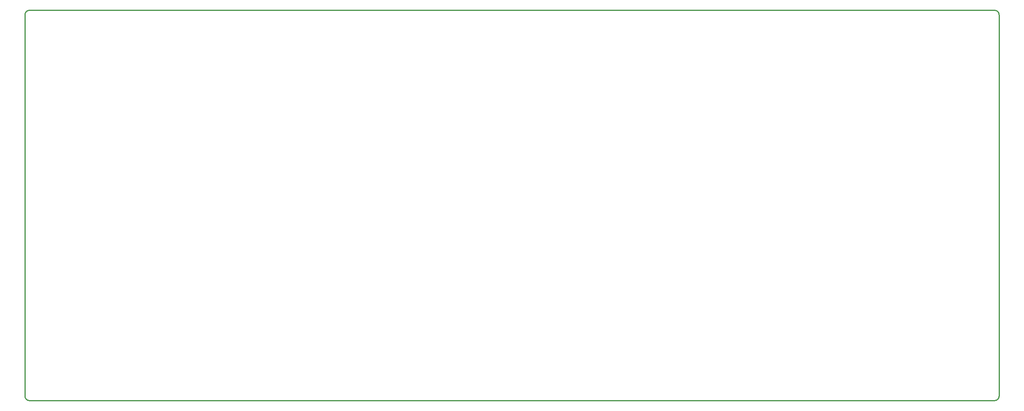
<source format=gm1>
G04*
G04 #@! TF.GenerationSoftware,Altium Limited,Altium Designer,23.10.1 (27)*
G04*
G04 Layer_Color=16711935*
%FSLAX25Y25*%
%MOIN*%
G70*
G04*
G04 #@! TF.SameCoordinates,4B5F03CF-9F67-499E-902A-73A7A51B6F95*
G04*
G04*
G04 #@! TF.FilePolarity,Positive*
G04*
G01*
G75*
%ADD12C,0.01000*%
D12*
X834646Y330709D02*
G03*
X830709Y334646I-3937J0D01*
G01*
Y0D02*
G03*
X834646Y3937I0J3937D01*
G01*
X0Y3937D02*
G03*
X3937Y0I3937J0D01*
G01*
X3937Y334646D02*
G03*
X0Y330709I0J-3937D01*
G01*
X3937Y0D02*
X830709Y0D01*
X0Y330709D02*
X0Y3937D01*
X834646D02*
Y330709D01*
X3937Y334646D02*
X830709D01*
M02*

</source>
